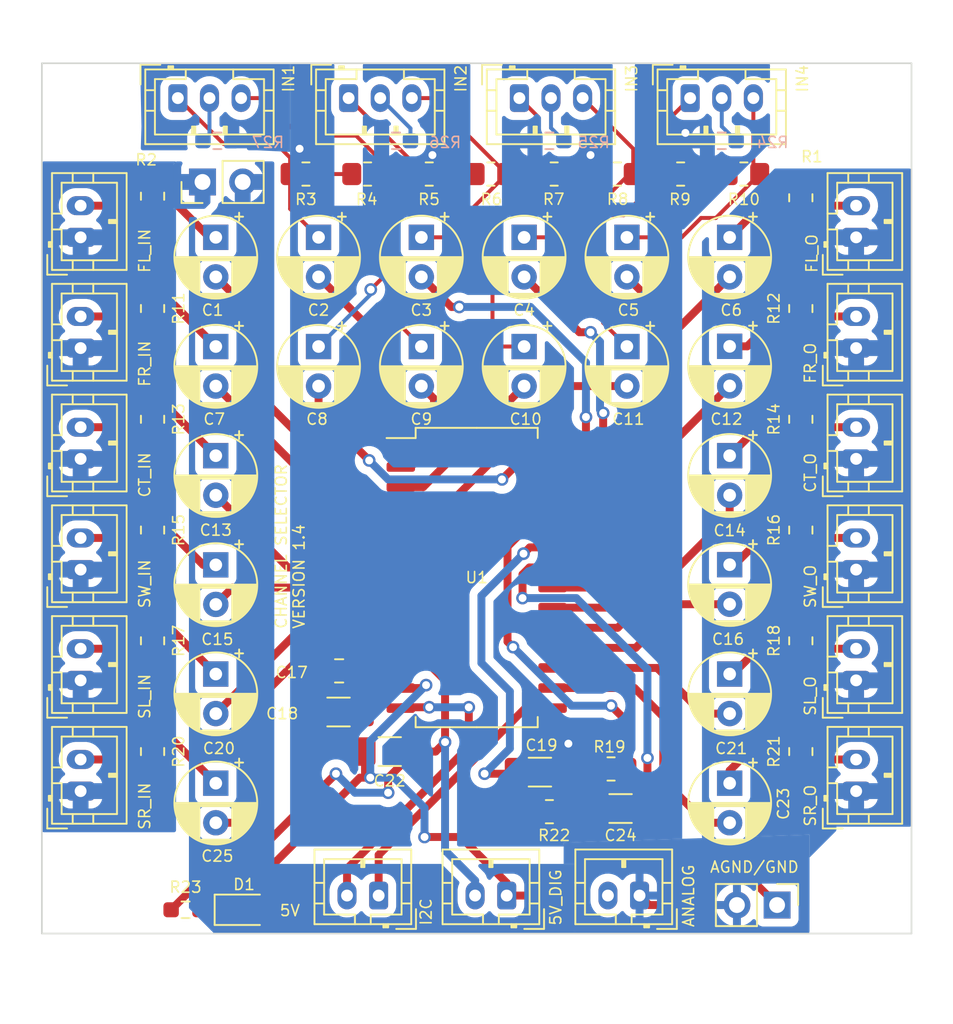
<source format=kicad_pcb>
(kicad_pcb (version 20221018) (generator pcbnew)
  (layers (0 "F.Cu" signal) (31 "B.Cu" signal) (34 "B.Paste" user) (35 "F.Paste" user) (36 "B.SilkS" user "B.Silkscreen") (37 "F.SilkS" user "F.Silkscreen") (38 "B.Mask" user) (39 "F.Mask" user) (44 "Edge.Cuts" user))
  (net 0 "")
  (net 1 "SCL")
  (net 2 "SDA")
  (net 3 "GND")
  (net 4 "FLI")
  (net 5 "FRI")
  (net 6 "CTI")
  (net 7 "SUBI")
  (net 8 "SLI")
  (net 9 "SRI")
  (net 10 "FLO")
  (net 11 "FRO")
  (net 12 "SUBO")
  (net 13 "SLO")
  (net 14 "SRO")
  (net 15 "CTO")
  (net 16 "L1")
  (net 17 "R1")
  (net 18 "L2")
  (net 19 "R2")
  (net 20 "L3")
  (net 21 "R3")
  (net 22 "L4")
  (net 23 "R4")
  (net 24 "Net-(J1-Pin_1)")
  (net 25 "Net-(J2-Pin_1)")
  (net 26 "Net-(J6-Pin_2)")
  (net 27 "Net-(U1-VREF)")
  (net 28 "Net-(J8-Pin_2)")
  (net 29 "Net-(J9-Pin_2)")
  (net 30 "Net-(J10-Pin_2)")
  (net 31 "Net-(J11-Pin_2)")
  (net 32 "Net-(J12-Pin_2)")
  (net 33 "LPFIN")
  (net 34 "LPFOUT")
  (net 35 "MIX")
  (net 36 "Net-(J13-Pin_2)")
  (net 37 "Net-(J14-Pin_2)")
  (net 38 "Net-(J15-Pin_2)")
  (net 39 "Net-(J16-Pin_2)")
  (net 40 "Net-(J7-Pin_2)")
  (net 41 "Net-(D1-A)")
  (net 42 "5V")
  (net 43 "AGND")
  (net 44 "3VA{slash}5VA")
  (net 45 "Net-(J1-Pin_3)")
  (net 46 "Net-(J2-Pin_3)")
  (net 47 "Net-(J3-Pin_3)")
  (net 48 "Net-(J3-Pin_1)")
  (net 49 "Net-(J1-Pin_2)")
  (net 50 "Net-(J2-Pin_2)")
  (net 51 "Net-(J3-Pin_2)")
  (net 52 "5CHGND")
  (net 53 "Net-(J4-Pin_3)")
  (net 54 "Net-(J4-Pin_1)")
  (net 55 "Net-(J17-Pin_2)")
  (net 56 "Net-(C24-Pad2)")
  (net 57 "Net-(J4-Pin_2)")
  (footprint "Connector_JST:JST_PH_B2B-PH-K_1x02_P2.00mm_Vertical" (layer "F.Cu") (at 133.8 115.6 180)
    (fp_text reference "J19" hide)
    (fp_text value "Conn_01x02_Male")
  )
  (footprint "Capacitor_THT:CP_Radial_D5.0mm_P2.50mm" (layer "F.Cu") (at 156 74 -90)
    (fp_text reference "C6")
    (fp_text value "10U")
  )
  (footprint "Resistor_SMD:R_0805_2012Metric_Pad1.20x1.40mm_HandSolder" (layer "F.Cu") (at 140.9 70 180)
    (fp_text reference "R6")
    (fp_text value "100K")
  )
  (footprint "MountingHole:MountingHole_3.2mm_M3" (layer "F.Cu") (at 165 115.5)
    (fp_text reference "H4" hide)
    (fp_text value "MountingHole")
  )
  (footprint "Resistor_SMD:R_0805_2012Metric_Pad1.20x1.40mm_HandSolder" (layer "F.Cu") (at 133.1 70 180)
    (fp_text reference "R4")
    (fp_text value "100K")
  )
  (footprint "Resistor_SMD:R_0805_2012Metric_Pad1.20x1.40mm_HandSolder" (layer "F.Cu") (at 152.9 70 180)
    (fp_text reference "R9")
    (fp_text value "100K")
  )
  (footprint "Capacitor_THT:CP_Radial_D5.0mm_P2.50mm" (layer "F.Cu") (at 123.5 101.6 -90)
    (fp_text reference "C20")
    (fp_text value "10U")
  )
  (footprint "Connector_JST:JST_PH_B2B-PH-K_1x02_P2.00mm_Vertical" (layer "F.Cu") (at 114.95 109 90)
    (fp_text reference "J16" hide)
    (fp_text value "Conn_01x02_Male")
  )
  (footprint "Connector_JST:JST_PH_B2B-PH-K_1x02_P2.00mm_Vertical" (layer "F.Cu") (at 114.95 88 90)
    (fp_text reference "J10" hide)
    (fp_text value "Conn_01x02_Male")
  )
  (footprint "Connector_JST:JST_PH_B2B-PH-K_1x02_P2.00mm_Vertical" (layer "F.Cu") (at 164 95 90)
    (fp_text reference "J13" hide)
    (fp_text value "CTO")
  )
  (footprint "Capacitor_THT:CP_Radial_D5.0mm_P2.50mm" (layer "F.Cu") (at 143 74 -90)
    (fp_text reference "C4")
    (fp_text value "10U")
  )
  (footprint "Connector_JST:JST_PH_B2B-PH-K_1x02_P2.00mm_Vertical" (layer "F.Cu") (at 164 81 90)
    (fp_text reference "J9" hide)
    (fp_text value "Conn_01x02_Male")
  )
  (footprint "Connector_JST:JST_PH_B2B-PH-K_1x02_P2.00mm_Vertical" (layer "F.Cu") (at 114.95 81 90)
    (fp_text reference "J8" hide)
    (fp_text value "Conn_01x02_Male")
  )
  (footprint "Connector_JST:JST_PH_B3B-PH-K_1x03_P2.00mm_Vertical" (layer "F.Cu") (at 142.7 65.2)
    (fp_text reference "J3" hide)
    (fp_text value "Conn_01x03_Pin")
  )
  (footprint "Resistor_SMD:R_0805_2012Metric_Pad1.20x1.40mm_HandSolder" (layer "F.Cu") (at 148.9 70 180)
    (fp_text reference "R8")
    (fp_text value "100K")
  )
  (footprint "Capacitor_THT:CP_Radial_D5.0mm_P2.50mm" (layer "F.Cu") (at 130 74 -90)
    (fp_text reference "C2")
    (fp_text value "10U")
  )
  (footprint "Capacitor_SMD:C_1206_3216Metric_Pad1.33x1.80mm_HandSolder" (layer "F.Cu") (at 131.2625 104 180)
    (fp_text reference "C18")
    (fp_text value "10U")
  )
  (footprint "Connector_JST:JST_PH_B2B-PH-K_1x02_P2.00mm_Vertical" (layer "F.Cu") (at 164 88 90)
    (fp_text reference "J11" hide)
    (fp_text value "Conn_01x02_Male")
  )
  (footprint "Resistor_SMD:R_0805_2012Metric_Pad1.20x1.40mm_HandSolder" (layer "F.Cu") (at 148.5 107.6 180)
    (fp_text reference "R19")
    (fp_text value "24K")
  )
  (footprint "Connector_JST:JST_PH_B2B-PH-K_1x02_P2.00mm_Vertical" (layer "F.Cu") (at 164 102 90)
    (fp_text reference "J15" hide)
    (fp_text value "Conn_01x02_Male")
  )
  (footprint "Connector_JST:JST_PH_B3B-PH-K_1x03_P2.00mm_Vertical" (layer "F.Cu") (at 131.9 65.2)
    (fp_text reference "J2" hide)
    (fp_text value "Conn_01x03_Pin")
  )
  (footprint "Connector_JST:JST_PH_B3B-PH-K_1x03_P2.00mm_Vertical" (layer "F.Cu") (at 153.5 65.2)
    (fp_text reference "J4" hide)
    (fp_text value "Conn_01x03_Pin")
  )
  (footprint "Connector_JST:JST_PH_B2B-PH-K_1x02_P2.00mm_Vertical" (layer "F.Cu") (at 164 74 90)
    (fp_text reference "J7" hide)
    (fp_text value "Conn_01x02_Male")
  )
  (footprint "Resistor_SMD:R_0805_2012Metric_Pad1.20x1.40mm_HandSolder" (layer "F.Cu") (at 119.5 78.5 -90)
    (fp_text reference "R11")
    (fp_text value "100K")
  )
  (footprint "Resistor_SMD:R_0805_2012Metric_Pad1.20x1.40mm_HandSolder" (layer "F.Cu") (at 160.5 78.5 -90)
    (fp_text reference "R12")
    (fp_text value "100K")
  )
  (footprint "Resistor_SMD:R_0805_2012Metric_Pad1.20x1.40mm_HandSolder" (layer "F.Cu") (at 160.5 71.5 -90)
    (fp_text reference "R1")
    (fp_text value "100K")
  )
  (footprint "Resistor_SMD:R_0805_2012Metric_Pad1.20x1.40mm_HandSolder" (layer "F.Cu") (at 119.5 92.5 -90)
    (fp_text reference "R15")
    (fp_text value "100K")
  )
  (footprint "Resistor_SMD:R_0805_2012Metric_Pad1.20x1.40mm_HandSolder" (layer "F.Cu") (at 160.5 85.5 -90)
    (fp_text reference "R14")
    (fp_text value "100K")
  )
  (footprint "Capacitor_THT:CP_Radial_D5.0mm_P2.50mm" (layer "F.Cu") (at 136.5 74 -90)
    (fp_text reference "C3")
    (fp_text value "10U")
  )
  (footprint "Capacitor_THT:CP_Radial_D5.0mm_P2.50mm" (layer "F.Cu") (at 143 80.9 -90)
    (fp_text reference "C10")
    (fp_text value "10U")
  )
  (footprint "MountingHole:MountingHole_3.2mm_M3" (layer "F.Cu") (at 115 65.5)
    (fp_text reference "H1" hide)
    (fp_text value "MountingHole")
  )
  (footprint "Package_SO:SOIC-28W_7.5x18.7mm_P1.27mm" (layer "F.Cu") (at 140 95.5)
    (fp_text reference "U1")
    (fp_text value "AX2358")
  )
  (footprint "Capacitor_THT:CP_Radial_D5.0mm_P2.50mm" (layer "F.Cu") (at 123.5 94.7 -90)
    (fp_text reference "C15")
    (fp_text value "10U")
  )
  (footprint "Connector_JST:JST_PH_B2B-PH-K_1x02_P2.00mm_Vertical" (layer "F.Cu") (at 150.3 115.6 180)
    (fp_text reference "J21" hide)
    (fp_text value "Conn_01x02_Male")
  )
  (footprint "Capacitor_THT:CP_Radial_D5.0mm_P2.50mm" (layer "F.Cu") (at 130 80.9 -90)
    (fp_text reference "C8")
    (fp_text value "10U")
  )
  (footprint "Capacitor_THT:CP_Radial_D5.0mm_P2.50mm" (layer "F.Cu") (at 156 101.6 -90)
    (fp_text reference "C21")
    (fp_text value "10U")
  )
  (footprint "Connector_JST:JST_PH_B2B-PH-K_1x02_P2.00mm_Vertical" (layer "F.Cu") (at 114.95 95 90)
    (fp_text reference "J12" hide)
    (fp_text value "Conn_01x02_Male")
  )
  (footprint "Connector_PinHeader_2.54mm:PinHeader_1x02_P2.54mm_Vertical" (layer "F.Cu") (at 122.66 70.5 90)
    (fp_text reference "J5" hide)
    (fp_text value "Conn_01x02_Pin")
  )
  (footprint "Capacitor_THT:CP_Radial_D5.0mm_P2.50mm" (layer "F.Cu") (at 156 108.5 -90)
    (fp_text reference "C23")
    (fp_text value "10U")
  )
  (footprint "Resistor_SMD:R_0805_2012Metric_Pad1.20x1.40mm_HandSolder" (layer "F.Cu") (at 119.5 99.5 -90)
    (fp_text reference "R17")
    (fp_text value "100K")
  )
  (footprint "Resistor_SMD:R_0805_2012Metric_Pad1.20x1.40mm_HandSolder" (layer "F.Cu") (at 144.6 110.3 180)
    (fp_text reference "R22")
    (fp_text value "24K")
  )
  (footprint "Capacitor_SMD:C_0805_2012Metric_Pad1.18x1.45mm_HandSolder" (layer "F.Cu") (at 131.3 101.4 180)
    (fp_text reference "C17")
    (fp_text value "0.1U")
  )
  (footprint "Capacitor_THT:CP_Radial_D5.0mm_P2.50mm" (layer "F.Cu") (at 123.5 87.8 -90)
    (fp_text reference "C13")
    (fp_text value "10U")
  )
  (footprint "Connector_JST:JST_PH_B2B-PH-K_1x02_P2.00mm_Vertical" (layer "F.Cu") (at 114.95 102 90)
    (fp_text reference "J14" hide)
    (fp_text value "Conn_01x02_Male")
  )
  (footprint "Capacitor_THT:CP_Radial_D5.0mm_P2.50mm" (layer "F.Cu") (at 156 94.689888 -90)
    (fp_text reference "C16")
    (fp_text value "10U")
  )
  (footprint "Capacitor_THT:CP_Radial_D5.0mm_P2.50mm" (layer "F.Cu") (at 156 80.889888 -90)
    (fp_text reference "C12")
    (fp_text value "10U")
  )
  (footprint "Resistor_SMD:R_0805_2012Metric_Pad1.20x1.40mm_HandSolder" (layer "F.Cu") (at 156.9 70 180)
    (fp_text reference "R10")
    (fp_text value "100K")
  )
  (footprint "Resistor_SMD:R_0805_2012Metric_Pad1.20x1.40mm_HandSolder" (layer "F.Cu") (at 129.2 70 180)
    (fp_text reference "R3")
    (fp_text value "100K")
  )
  (footprint "Connector_JST:JST_PH_B3B-PH-K_1x03_P2.00mm_Vertical" (layer "F.Cu") (at 121.1 65.2)
    (fp_text reference "J1" hide)
    (fp_text value "Conn_01x03_Pin")
  )
  (footprint "Capacitor_THT:CP_Radial_D5.0mm_P2.50mm" (layer "F.Cu") (at 123.5 80.9 -90)
    (fp_text reference "C7")
    (fp_text value "10U")
  )
  (footprint "Capacitor_SMD:C_1206_3216Metric_Pad1.33x1.80mm_HandSolder" (layer "F.Cu") (at 144 107.8 180)
    (fp_text reference "C19")
    (fp_text value "47N C0G")
  )
  (footprint "Capacitor_THT:CP_Radial_D5.0mm_P2.50mm" (layer "F.Cu") (at 149.5 80.9 -90)
    (fp_text reference "C11")
    (fp_text value "10U")
  )
  (footprint "Resistor_SMD:R_0805_2012Metric_Pad1.20x1.40mm_HandSolder" (layer "F.Cu") (at 160.5 106.5 -90)
    (fp_text reference "R21")
    (fp_text value "100K")
  )
  (footprint "Capacitor_THT:CP_Radial_D5.0mm_P2.50mm" (layer "F.Cu") (at 156 87.8 -90)
    (fp_text reference "C14")
    (fp_text value "10U")
  )
  (footprint "Resistor_SMD:R_0805_2012Metric_Pad1.20x1.40mm_HandSolder" (layer "F.Cu") (at 160.5 99.5 -90)
    (fp_text reference "R18")
    (fp_text value "100K")
  )
  (footprint "Resistor_SMD:R_0805_2012Metric_Pad1.20x1.40mm_HandSolder" (layer "F.Cu") (at 119.5 85.5 -90)
    (fp_text reference "R13")
    (fp_text value "100K")
  )
  (footprint "LED_SMD:LED_0805_2012Metric_Pad1.15x1.40mm_HandSolder" (layer "F.Cu") (at 125.2875 116.5)
    (fp_text reference "D1")
    (fp_text value "YELLOW")
  )
  (footprint "Capacitor_THT:CP_Radial_D5.0mm_P2.50mm" (layer "F.Cu") (at 123.5 74 -90)
    (fp_text reference "C1")
    (fp_text value "10U")
  )
  (footprint "Resistor_SMD:R_0805_2012Metric_Pad1.20x1.40mm_HandSolder" (layer "F.Cu") (at 119.5 106.5 -90)
    (fp_text reference "R20")
    (fp_text value "100K")
  )
  (footprint "Resistor_SMD:R_0603_1608Metric_Pad0.98x0.95mm_HandSolder" (layer "F.Cu") (at 121.5875 116.5)
    (fp_text reference "R23")
    (fp_text value "1K")
  )
  (footprint "MountingHole:MountingHole_3.2mm_M3" (layer "F.Cu") (at 115 115.5)
    (fp_text reference "H3" hide)
    (fp_text value "MountingHole")
  )
  (footprint "Connector_JST:JST_PH_B2B-PH-K_1x02_P2.00mm_Vertical" (layer "F.Cu") (at 141.9 115.6 180)
    (fp_text reference "J20" hide)
    (fp_text value "Conn_01x02_Male")
  )
  (footprint "Capacitor_SMD:C_1206_3216Metric_Pad1.33x1.80mm_HandSolder" (layer "F.Cu") (at 149.1 110.1 180)
    (fp_text reference "C24")
    (fp_text value "100N C0G")
  )
  (footprint "Capacitor_THT:CP_Radial_D5.0mm_P2.50mm" (layer "F.Cu") (at 123.5 108.5 -90)
    (fp_text reference "C25")
    (fp_text value "10U")
  )
  (footprint "MountingHole:MountingHole_3.2mm_M3" (layer "F.Cu") (at 165 65.5)
    (fp_text reference "H2" hide)
    (fp_text value "MountingHole")
  )
  (footprint "Connector_JST:JST_PH_B2B-PH-K_1x02_P2.00mm_Vertical" (layer "F.Cu") (at 164 109 90)
    (fp_text reference "J17" hide)
    (fp_text value "Conn_01x02_Male")
  )
  (footprint "Resistor_SMD:R_0805_2012Metric_Pad1.20x1.40mm_HandSolder" (layer "F.Cu") (at 160.5 92.5 -90)
    (fp_text reference "R16")
    (fp_text value "100K")
  )
  (footprint "Connector_PinHeader_2.54mm:PinHeader_1x02_P2.54mm_Vertical" (layer "F.Cu") (at 159 116.2 -90)
    (fp_text reference "J18" hide)
    (fp_text value "Conn_01x02_Socket")
  )
  (footprint "Resistor_SMD:R_0805_2012Metric_Pad1.20x1.40mm_HandSolder" (layer "F.Cu") (at 137 70 180)
    (fp_text reference "R5")
    (fp_text value "100K")
  )
  (footprint "Capacitor_THT:CP_Radial_D5.0mm_P2.50mm" (layer "F.Cu") (at 136.5 80.9 -90)
    (fp_text reference "C9")
    (fp_text value "10U")
  )
  (footprint "Resistor_SMD:R_0805_2012Metric_Pad1.20x1.40mm_HandSolder" (layer "F.Cu") (at 144.9 70 180)
    (fp_text reference "R7")
    (fp_text value "100K")
  )
  (footprint "Capacitor_SMD:C_1206_3216Metric_Pad1.33x1.80mm_HandSolder" (layer "F.Cu") (at 134.5 106.5 180)
    (fp_text reference "C22")
    (fp_text value "10U")
  )
  (footprint "Capacitor_THT:CP_Radial_D5.0mm_P2.50mm" (layer "F.Cu") (at 149.5 74 -90)
    (fp_text reference "C5")
    (fp_text value "10U")
  )
  (footprint "Connector_JST:JST_PH_B2B-PH-K_1x02_P2.00mm_Vertical" (layer "F.Cu") (at 114.95 74 90)
    (fp_text reference "J6" hide)
    (fp_text value "Conn_01x02_Male")
  )
  (footprint "Resistor_SMD:R_0805_2012Metric_Pad1.20x1.40mm_HandSolder" (layer "F.Cu") (at 119.5 71.4 -90)
    (fp_text reference "R2")
    (fp_text value "100K")
  )
  (footprint "Resistor_SMD:R_0603_1608Metric_Pad0.98x0.95mm_HandSolder" (layer "B.Cu") (at 155.5 67.9)
    (fp_text reference "R24")
    (fp_text value "15R")
  )
  (footprint "Resistor_SMD:R_0603_1608Metric_Pad0.98x0.95mm_HandSolder" (layer "B.Cu") (at 134.9 67.9)
    (fp_text reference "R26")
    (fp_text value "15R")
  )
  (footprint "Resistor_SMD:R_0603_1608Metric_Pad0.98x0.95mm_HandSolder" (layer "B.Cu") (at 144.6 67.9)
    (fp_text reference "R25")
    (fp_text value "15R")
  )
  (footprint "Resistor_SMD:R_0603_1608Metric_Pad0.98x0.95mm_HandSolder" (layer "B.Cu") (at 123.6 67.9 180)
    (fp_text reference "R27")
    (fp_text value "15R")
  )
  (gr_line (start 112.5 118) (end 167.5 118) (stroke (width 0.1)) (layer "Edge.Cuts"))
  (gr_line (start 112.5 63) (end 112.5 118) (stroke (width 0.1)) (layer "Edge.Cuts"))
  (gr_line (start 167.5 63) (end 167.5 118) (stroke (width 0.1)) (layer "Edge.Cuts"))
  (gr_line (start 167.5 63) (end 112.5 63) (stroke (width 0.1)) (layer "Edge.Cuts"))
  (gr_text "SL_O" (at 161.1 104.3 90) (layer "F.SilkS") (effects (font (size 0.7 0.7) (thickness 0.1)) (justify left)))
  (gr_text "ANALOG" (at 153.4 117.65 90) (layer "F.SilkS") (effects (font (size 0.7 0.7) (thickness 0.1)) (justify left)))
  (gr_text "FR_IN" (at 119 83.5 90) (layer "F.SilkS") (effects (font (size 0.7 0.7) (thickness 0.1)) (justify left)))
  (gr_text "SW_O" (at 161.1 97.5 90) (layer "F.SilkS") (effects (font (size 0.7 0.7) (thickness 0.1)) (justify left)))
  (gr_text "SL_IN" (at 119 104.5 90) (layer "F.SilkS") (effects (font (size 0.7 0.7) (thickness 0.1)) (justify left)))
  (gr_text "5V_DIG" (at 145 117.55 90) (layer "F.SilkS") (effects (font (size 0.7 0.7) (thickness 0.1)) (justify left)))
  (gr_text "5V" (at 127.4875 116.55) (layer "F.SilkS") (effects (font (size 0.7 0.7) (thickness 0.1)) (justify left)))
  (gr_text "CHANNEL SELECTOR\nVERSION 1.4" (at 128.2 98.8 90) (layer "F.SilkS") (effects (font (size 0.7 0.7) (thickness 0.1)) (justify left)))
  (gr_text "IN4" (at 160.6 64.9 90) (layer "F.SilkS") (effects (font (size 0.7 0.7) (thickness 0.1)) (justify left)))
  (gr_text "SR_O\n" (at 161.1 111.3 90) (layer "F.SilkS") (effects (font (size 0.7 0.7) (thickness 0.1)) (justify left)))
  (gr_text "IN1\n" (at 128.1 64.9 90) (layer "F.SilkS") (effects (font (size 0.7 0.7) (thickness 0.1)) (justify left)))
  (gr_text "IN3" (at 149.8 64.9 90) (layer "F.SilkS") (effects (font (size 0.7 0.7) (thickness 0.1)) (justify left)))
  (gr_text "I2C" (at 136.8 117.55 90) (layer "F.SilkS") (effects (font (size 0.7 0.7) (thickness 0.1)) (justify left)))
  (gr_text "IN2" (at 139 64.9 90) (layer "F.SilkS") (effects (font (size 0.7 0.7) (thickness 0.1)) (justify left)))
  (gr_text "SW_IN" (at 119 97.5 90) (layer "F.SilkS") (effects (font (size 0.7 0.7) (thickness 0.1)) (justify left)))
  (gr_text "CT_O" (at 161.1 90.2 90) (layer "F.SilkS") (effects (font (size 0.7 0.7) (thickness 0.1)) (justify left)))
  (gr_text "AGND/GND" (at 154.7 113.8) (layer "F.SilkS") (effects (font (size 0.7 0.7) (thickness 0.1)) (justify left)))
  (gr_text "SR_IN\n" (at 119 111.5 90) (layer "F.SilkS") (effects (font (size 0.7 0.7) (thickness 0.1)) (justify left)))
  (gr_text "FL_IN" (at 119 76.3 90) (layer "F.SilkS") (effects (font (size 0.7 0.7) (thickness 0.1)) (justify left)))
  (gr_text "CT_IN" (at 119 90.5 90) (layer "F.SilkS") (effects (font (size 0.7 0.7) (thickness 0.1)) (justify left)))
  (gr_text "FL_O" (at 161.2 76.3 90) (layer "F.SilkS") (effects (font (size 0.7 0.7) (thickness 0.1)) (justify left)))
  (gr_text "FR_O" (at 161.1 83.3 90) (layer "F.SilkS") (effects (font (size 0.7 0.7) (thickness 0.1)) (justify left)))
  (segment (start 133.8 115.6) (end 133.8 113.03137) (width 0.5) (layer "F.Cu") (net 1))
  (segment (start 143.07637 103.755) (end 144.8 103.755) (width 0.5) (layer "F.Cu") (net 1))
  (segment (start 133.8 113.03137) (end 143.07637 103.755) (width 0.5) (layer "F.Cu") (net 1))
  (segment (start 131.8 115.6) (end 131.8 113.9) (width 0.5) (layer "F.Cu") (net 2))
  (segment (start 131.8 113.9) (end 139.5 106.2) (width 0.5) (layer "F.Cu") (net 2))
  (segment (start 137 103.7) (end 135.255 103.7) (width 0.5) (layer "F.Cu") (net 2))
  (segment (start 139.5 106.2) (end 139.5 103.7) (width 0.5) (layer "F.Cu") (net 2))
  (segment (start 135.255 103.7) (end 135.2 103.755) (width 0.5) (layer "F.Cu") (net 2))
  (via (at 137 103.7) (size 0.8) (drill 0.5) (layers "F.Cu" "B.Cu") (net 2))
  (via (at 139.5 103.7) (size 0.8) (drill 0.5) (layers "F.Cu" "B.Cu") (net 2))
  (segment (start 137 103.7) (end 139.5 103.7) (width 0.5) (layer "B.Cu") (net 2))
  (segment (start 135.2 102.485) (end 136.615 102.485) (width 0.5) (layer "F.Cu") (net 3))
  (segment (start 141.9 115.6) (end 145.2 115.6) (width 0.5) (layer "F.Cu") (net 3))
  (segment (start 141.9 114.8) (end 141.9 115.6) (width 0.5) (layer "F.Cu") (net 3))
  (segment (start 147.1 113.7) (end 156.5 113.7) (width 0.5) (layer "F.Cu") (net 3))
  (segment (start 129.7 104) (end 130.4375 104) (width 0.5) (layer "F.Cu") (net 3))
  (segment (start 124.2625 116.5) (end 132.6125 108.15) (width 0.5) (layer "F.Cu") (net 3))
  (segment (start 132.9375 106.5) (end 132.9375 107.815748) (width 0.5) (layer "F.Cu") (net 3))
  (segment (start 156.5 113.7) (end 159 116.2) (width 0.5) (layer "F.Cu") (net 3))
  (segment (start 132.6125 108.15) (end 133.271752 108.15) (width 0.5) (layer "F.Cu") (net 3))
  (segment (start 130.4375 104) (end 132.9375 106.5) (width 0.5) (layer "F.Cu") (net 3))
  (segment (start 136.7 111.9) (end 139 111.9) (width 0.5) (layer "F.Cu") (net 3))
  (segment (start 130.3625 101.9) (end 129.7 102.5625) (width 0.5) (layer "F.Cu") (net 3))
  (segment (start 136.615 102.485) (end 136.8 102.3) (width 0.5) (layer "F.Cu") (net 3))
  (segment (start 132.9375 107.815748) (end 133.271752 108.15) (width 0.5) (layer "F.Cu") (net 3))
  (segment (start 139 111.9) (end 141.9 114.8) (width 0.5) (layer "F.Cu") (net 3))
  (segment (start 129.7 102.5625) (end 129.7 105) (width 0.5) (layer "F.Cu") (net 3))
  (segment (start 145.2 115.6) (end 147.1 113.7) (width 0.5) (layer "F.Cu") (net 3))
  (via (at 133.271752 108.15) (size 0.8) (drill 0.5) (layers "F.Cu" "B.Cu") (net 3))
  (via (at 136.7 111.9) (size 0.8) (drill 0.5) (layers "F.Cu" "B.Cu") (net 3))
  (via (at 136.8 102.3) (size 0.8) (drill 0.5) (layers "F.Cu" "B.Cu") (net 3))
  (segment (start 136.8 102.3) (end 133.271752 105.828248) (width 0.5) (layer "B.Cu") (net 3))
  (segment (start 136.7 110.056497) (end 134.793503 108.15) (width 0.5) (layer "B.Cu") (net 3))
  (segment (start 136.7 111.9) (end 136.7 110.056497) (width 0.5) (layer "B.Cu") (net 3))
  (segment (start 134.793503 108.15) (end 133.271752 108.15) (width 0.5) (layer "B.Cu") (net 3))
  (segment (start 133.271752 105.828248) (end 133.271752 108.15) (width 0.5) (layer "B.Cu") (net 3))
  (segment (start 126.9 79.9) (end 123.5 76.5) (width 0.5) (layer "F.Cu") (net 4))
  (segment (start 126.9 84.644949) (end 126.9 79.9) (width 0.5) (layer "F.Cu") (net 4))
  (segment (start 134.580051 92.325) (end 126.9 84.644949) (width 0.5) (layer "F.Cu") (net 4))
  (segment (start 135.2 93.595) (end 133.695 93.595) (width 0.5) (layer "F.Cu") (net 5))
  (segment (start 133.695 93.595) (end 123.5 83.4) (width 0.5) (layer "F.Cu") (net 5))
  (segment (start 128.065 94.865) (end 123.5 90.3) (width 0.5) (layer "F.Cu") (net 6))
  (segment (start 135.2 94.865) (end 128.065 94.865) (width 0.5) (layer "F.Cu") (net 6))
  (segment (start 124.565 96.135) (end 123.5 97.2) (width 0.5) (layer "F.Cu") (net 7))
  (segment (start 135.2 96.135) (end 124.565 96.135) (width 0.5) (layer "F.Cu") (net 7))
  (segment (start 135.2 97.405) (end 130.195 97.405) (width 0.5) (layer "F.Cu") (net 8))
  (segment (start 130.195 97.405) (end 123.5 104.1) (width 0.5) (layer "F.Cu") (net 8))
  (segment (start 130.725 98.675) (end 126.4 103) (width 0.5) (layer "F.Cu") (net 9))
  (segment (start 125.4 111) (end 123.5 111) (width 0.5) (layer "F.Cu") (net 9))
  (segment (start 135.2 98.675) (end 130.725 98.675) (width 0.5) (layer "F.Cu") (net 9))
  (segment (start 126.4 103) (end 126.4 110) (width 0.5) (layer "F.Cu") (net 9))
  (segment (start 126.4 110) (end 125.4 111) (width 0.5) (layer "F.Cu") (net 9))
  (segment (start 147.865 96.135) (end 144.8 96.135) (width 0.5) (layer "F.Cu") (net 10))
  (segment (start 151.900499 92.099501) (end 147.865 96.135) (width 0.5) (layer "F.Cu") (net 10))
  (segment (start 151.900499 80.599501) (end 151.900499 92.099501) (width 0.5) (layer "F.Cu") (net 10))
  (segment (start 156 76.5) (end 151.900499 80.599501) (width 0.5) (layer "F.Cu") (net 10))
  (segment (start 152.7 86.689888) (end 152.7 93.2) (width 0.5) (layer "F.Cu") (net 11))
  (segment (start 148.495 97.405) (end 144.8 97.405) (width 0.5) (layer "F.Cu") (net 11))
  (segment (start 152.7 93.2) (end 148.495 97.405) (width 0.5) (layer "F.Cu") (net 11))
  (segment (start 156 83.389888) (end 152.7 86.689888) (width 0.5) (layer "F.Cu") (net 11))
  (segment (start 152.810112 97.189888) (end 150.055 99.945) (width 0.5) (layer "F.Cu") (net 12))
  (segment (start 150.055 99.945) (end 144.8 99.945) (width 0.5) (layer "F.Cu") (net 12))
  (segment (start 156 97.189888) (end 152.810112 97.189888) (width 0.5) (layer "F.Cu") (net 12))
  (segment (start 154.3 104.1) (end 151.415 101.215) (width 0.5) (layer "F.Cu") (net 13))
  (segment (start 151.415 101.215) (end 144.8 101.215) (width 0.5) (layer "F.Cu") (net 13))
  (segment (start 156 104.1) (end 154.3 104.1) (width 0.5) (layer "F.Cu") (net 13))
  (segment (start 151.8 104.3) (end 149.985 102.485) (width 0.5) (layer "F.Cu") (net 14))
  (segment (start 154.5 111) (end 151.8 108.3) (width 0.5) (layer "F.Cu") (net 14))
  (segment (start 149.985 102.485) (end 144.8 102.485) (width 0.5) (layer "F.Cu") (net 14))
  (segment (start 156 111) (end 154.5 111) (width 0.5) (layer "F.Cu") (net 14))
  (segment (start 151.8 108.3) (end 151.8 104.3) (width 0.5) (layer "F.Cu") (net 14))
  (segment (start 156 91.6) (end 156 90.3) (width 0.5) (layer "F.Cu") (net 15))
  (segment (start 144.8 98.675) (end 148.925 98.675) (width 0.5) (layer "F.Cu") (net 15))
  (segment (start 148.925 98.675) (end 156 91.6) (width 0.5) (layer "F.Cu") (net 15))
  (segment (start 135.2 87.245) (end 133.5 85.545) (width 0.5) (layer "F.Cu") (net 16))
  (segment (start 133.5 85.545) (end 133.5 80) (width 0.5) (layer "F.Cu") (net 16))
  (segment (start 133.5 80) (end 130 76.5) (width 0.5) (layer "F.Cu") (net 16))
  (segment (start 130 84.9) (end 130 83.4) (width 0.5) (layer "F.Cu") (net 17))
  (segment (start 144.8 87.245) (end 143.655 87.245) (width 0.5) (layer "F.Cu") (net 17))
  (segment (start 133.2 88.1) (end 130 84.9) (width 0.5) (layer "F.Cu") (net 17))
  (segment (start 143.655 87.245) (end 141.6 89.3) (width 0.5) (layer "F.Cu") (net 17))
  (via (at 133.2 88.1) (size 0.8) (drill 0.5) (layers "F.Cu" "B.Cu") (net 17))
  (via (at 141.6 89.3) (size 0.8) (drill 0.5) (layers "F.Cu" "B.Cu") (net 17))
  (segment (start 134.4 89.3) (end 133.2 88.1) (width 0.5) (layer "B.Cu") (net 17))
  (segment (start 141.6 89.3) (end 134.4 89.3) (width 0.5) (layer "B.Cu") (net 17))
  (segment (start 137.299999 84.199999) (end 137.299999 87.03495) (width 0.5) (layer "F.Cu") (net 18))
  (segment (start 137.299999 87.03495) (end 135.819949 88.515) (width 0.5) (layer "F.Cu") (net 18))
  (segment (start 136.5 83.4) (end 137.299999 84.199999) (width 0.5) (layer "F.Cu") (net 18))
  (segment (start 138.4 78.4) (end 136.5 76.5) (width 0.5) (layer "F.Cu") (net 19))
  (segment (start 145.419949 88.515) (end 146.911031 87.023918) (width 0.5) (layer "F.Cu") (net 19))
  (segment (start 146.911031 87.023918) (end 146.911031 85.353356) (width 0.5) (layer "F.Cu") (net 19))
  (segment (start 138.9 78.4) (end 138.4 78.4) (width 0.5) (layer "F.Cu") (net 19))
  (via (at 146.911031 85.353356) (size 0.8) (drill 0.5) (layers "F.Cu" "B.Cu") (net 19))
  (via (at 138.9 78.4) (size 0.8) (drill 0.5) (layers "F.Cu" "B.Cu") (net 19))
  (segment (start 138.9 78.4) (end 143.4 78.4) (width 0.5) (layer "B.Cu") (net 19))
  (segment (start 146.911031 81.911031) (end 146.911031 85.353356) (width 0.5) (layer "B.Cu") (net 19))
  (segment (start 143.4 78.4) (end 146.911031 81.911031) (width 0.5) (layer "B.Cu") (net 19))
  (segment (start 135.2 89.785) (end 136.615 89.785) (width 0.5) (layer "F.Cu") (net 20))
  (segment (start 136.615 89.785) (end 143 83.4) (width 0.5) (layer "F.Cu") (net 20))
  (segment (start 147.2 80) (end 146.5 80) (width 0.5) (layer "F.Cu") (net 21))
  (segment (start 148 89.6) (end 148 85.1) (width 0.5) (layer "F.Cu") (net 21))
  (segment (start 147.815 89.785) (end 148 89.6) (width 0.5) (layer "F.Cu") (net 21))
  (segment (start 144.8 89.785) (end 147.815 89.785) (width 0.5) (layer "F.Cu") (net 21))
  (segment (start 146.5 80) (end 143 76.5) (width 0.5) (layer "F.Cu") (net 21))
  (via (at 147.2 80) (size 0.8) (drill 0.5) (layers "F.Cu" "B.Cu") (net 21))
  (via (at 148 85.1) (size 0.8) (drill 0.5) (layers "F.Cu" "B.Cu") (net 21))
  (segment (start 147.2 80) (end 147.8 80.6) (width 0.5) (layer "B.Cu") (net 21))
  (segment (start 147.8 80.6) (end 147.8 84.9) (width 0.5) (layer "B.Cu") (net 21))
  (segment (start 147.8 84.9) (end 148 85.1) (width 0.5) (layer "B.Cu") (net 21))
  (segment (start 135.2 91.055) (end 138.045 91.055) (width 0.5) (layer "F.Cu") (net 22))
  (segment (start 138.045 91.055) (end 145.7 83.4) (width 0.5) (layer "F.Cu") (net 22))
  (segment (start 145.7 83.4) (end 149.5 83.4) (width 0.5) (layer "F.Cu") (net 22))
  (segment (start 149.5 76.5) (end 151.100998 78.100998) (width 0.5) (layer "F.Cu") (net 23))
  (segment (start 149.045 91.055) (end 144.8 91.055) (width 0.5) (layer "F.Cu") (net 23))
  (segment (start 151.100998 78.100998) (end 151.100998 88.999002) (width 0.5) (layer "F.Cu") (net 23))
  (segment (start 151.100998 88.999002) (end 149.045 91.055) (width 0.5) (layer "F.Cu") (net 23))
  (segment (start 128.2 70) (end 128.2 72.2) (width 0.25) (layer "F.Cu") (net 24))
  (segment (start 124 68.1) (end 121.1 65.2) (width 0.25) (layer "F.Cu") (net 24))
  (segment (start 128.2 70) (end 128.2 68.966727) (width 0.25) (layer "F.Cu") (net 24))
  (segment (start 127.333273 68.1) (end 124 68.1) (width 0.25) (layer "F.Cu") (net 24))
  (segment (start 128.2 72.2) (end 130 74) (width 0.25) (layer "F.Cu") (net 24))
  (segment (start 128.2 68.966727) (end 127.333273 68.1) (width 0.25) (layer "F.Cu") (net 24))
  (segment (start 136 69.3) (end 131.9 65.2) (width 0.25) (layer "F.Cu") (net 25))
  (segment (start 134.8 71.2) (end 136 70) (width 0.25) (layer "F.Cu") (net 25))
  (segment (start 136.5 80.9) (end 134.8 79.2) (width 0.25) (layer "F.Cu") (net 25))
  (segment (start 134.8 79.2) (end 134.8 71.2) (width 0.25) (layer "F.Cu") (net 25))
  (segment (start 136 70) (end 136 69.3) (width 0.25) (layer "F.Cu") (net 25))
  (segment (start 123.1 74) (end 123.5 74) (width 0.5) (layer "F.Cu") (net 26))
  (segment (start 117.9 72) (end 119.5 70.4) (width 0.5) (layer "F.Cu") (net 26))
  (segment (start 119.5 70.4) (end 123.1 74) (width 0.5) (layer "F.Cu") (net 26))
  (segment (start 114.95 72) (end 117.9 72) (width 0.5) (layer "F.Cu") (net 26))
  (segment (start 134.580051 101.215) (end 132.825 102.970051) (width 0.5) (layer "F.Cu") (net 27))
  (segment (start 132.725 104.1) (end 132.4375 104.1) (width 0.5) (layer "F.Cu") (net 27))
  (segment (start 132.825 104) (end 132.725 104.1) (width 0.5) (layer "F.Cu") (net 27))
  (segment (start 132.825 102.970051) (end 132.825 104) (width 0.5) (layer "F.Cu") (net 27))
  (segment (start 114.95 79) (end 118 79) (width 0.5) (layer "F.Cu") (net 28))
  (segment (start 118 79) (end 119.5 77.5) (width 0.5) (layer "F.Cu") (net 28))
  (segment (start 123.5 80.9) (end 120.1 77.5) (width 0.5) (layer "F.Cu") (net 28))
  (segment (start 120.1 77.5) (end 119.5 77.5) (width 0.5) (layer "F.Cu") (net 28))
  (segment (start 157.110112 80.889888) (end 160.5 77.5) (width 0.5) (layer "F.Cu") (net 29))
  (segment (start 164 79) (end 162 79) (width 0.5) (layer "F.Cu") (net 29))
  (segment (start 162 79) (end 160.5 77.5) (width 0.5) (layer "F.Cu") (net 29))
  (segment (start 156 80.889888) (end 157.110112 80.889888) (width 0.5) (layer "F.Cu") (net 29))
  (segment (start 114.95 86) (end 118 86) (width 0.5) (layer "F.Cu") (net 30))
  (segment (start 120.2 84.5) (end 119.5 84.5) (width 0.5) (layer "F.Cu") (net 30))
  (segment (start 123.5 87.8) (end 120.2 84.5) (width 0.5) (layer "F.Cu") (net 30))
  (segment (start 118 86) (end 119.5 84.5) (width 0.5) (layer "F.Cu") (net 30))
  (segment (start 162 86) (end 160.5 84.5) (width 0.5) (layer "F.Cu") (net 31))
  (segment (start 164 86) (end 162 86) (width 0.5) (layer "F.Cu") (net 31))
  (segment (start 156 87.8) (end 159.3 84.5) (width 0.5) (layer "F.Cu") (net 31))
  (segment (start 159.3 84.5) (end 160.5 84.5) (width 0.5) (layer "F.Cu") (net 31))
  (segment (start 118 93) (end 119.5 91.5) (width 0.5) (layer "F.Cu") (net 32))
  (segment (start 114.95 93) (end 118 93) (width 0.5) (layer "F.Cu") (net 32))
  (segment (start 123.5 94.7) (end 122.7 94.7) (width 0.5) (layer "F.Cu") (net 32))
  (segment (start 122.7 94.7) (end 119.5 91.5) (width 0.5) (layer "F.Cu") (net 32))
  (segment (start 143.359013 93.595) (end 142.962316 93.991697) (width 0.5) (layer "F.Cu") (net 33))
  (segment (start 144.8 93.595) (end 143.359013 93.595) (width 0.5) (layer "F.Cu") (net 33))
  (segment (start 143.7 109.9) (end 143.7 109.0625) (width 0.5) (layer "F.Cu") (net 33))
  (segment (start 142.5375 107.9) (end 140.5 107.9) (width 0.5) (layer "F.Cu") (net 33))
  (segment (start 143.7 109.0625) (end 142.5375 107.9) (width 0.5) (layer "F.Cu") (net 33))
  (segment (start 142.3375 107.9) (end 140.5 107.9) (width 0.5) (layer "F.Cu") (net 33))
  (via (at 140.5 107.9) (size 0.8) (drill 0.5) (layers "F.Cu" "B.Cu") (net 33))
  (via (at 142.962316 93.991697) (size 0.8) (drill 0.5) (layers "F.Cu" "B.Cu") (net 33))
  (segment (start 142.1 106.3) (end 140.5 107.9) (width 0.5) (layer "B.Cu") (net 33))
  (segment (start 142.1 102.7) (end 142.1 106.3) (width 0.5) (layer "B.Cu") (net 33))
  (segment (start 140.3 100.9) (end 142.1 102.7) (width 0.5) (layer "B.Cu") (net 33))
  (segment (start 142.962316 93.991697) (end 140.3 96.654013) (width 0.5) (layer "B.Cu") (net 33))
  (segment (start 140.3 96.654013) (end 140.3 100.9) (width 0.5) (layer "B.Cu") (net 33))
  (segment (start 142.9 95.3) (end 143.335 94.865) (width 0.5) (layer "F.Cu") (net 34))
  (segment (start 150.8 106.9) (end 150.8 109.9625) (width 0.5) (layer "F.Cu") (net 34))
  (segment (start 142.9 96.8) (end 142.9 95.3) (width 0.5) (layer "F.Cu") (net 34))
  (segment (start 143.335 94.865) (end 144.8 94.865) (width 0.5) (layer "F.Cu") (net 34))
  (via (at 142.9 96.8) (size 0.8) (drill 0.5) (layers "F.Cu" "B.Cu") (net 34))
  (via (at 150.8 106.9) (size 0.8) (drill 0.5) (layers "F.Cu" "B.Cu") (net 34))
  (segment (start 142.9 96.8) (end 146.3 96.8) (width 0.5) (layer "B.Cu") (net 34))
  (segment (start 146.3 96.8) (end 150.8 101.3) (width 0.5) (layer "B.Cu") (net 34))
  (segment (start 150.8 101.3) (end 150.8 106.9) (width 0.5) (layer "B.Cu") (net 34))
  (segment (start 141.9505 99.5505) (end 142.3 99.9) (width 0.5) (layer "F.Cu") (net 35))
  (segment (start 149.4 104.5) (end 148.5 103.6) (width 0.5) (layer "F.Cu") (net 35))
  (segment (start 143.175 92.325) (end 141.9505 93.5495) (width 0.5) (layer "F.Cu") (net 35))
  (segment (start 144.8 92.325) (end 143.175 92.325) (width 0.5) (layer "F.Cu") (net 35))
  (segment (start 149.4 107.77) (end 149.4 104.5) (width 0.5) (layer "F.Cu") (net 35))
  (segment (start 141.9505 93.5495) (end 141.9505 99.5505) (width 0.5) (layer "F.Cu") (net 35))
  (via (at 148.5 103.6) (size 0.8) (drill 0.5) (layers "F.Cu" "B.Cu") (net 35))
  (via (at 142.3 99.9) (size 0.8) (drill 0.5) (layers "F.Cu" "B.Cu") (net 35))
  (segment (start 148.5 103.6) (end 146 103.6) (width 0.5) (layer "B.Cu") (net 35))
  (segment (start 146 103.6) (end 142.3 99.9) (width 0.5) (layer "B.Cu") (net 35))
  (segment (start 164 93) (end 162 93) (width 0.5) (layer "F.Cu") (net 36))
  (segment (start 156.310112 94.689888) (end 159.5 91.5) (width 0.5) (layer "F.Cu") (net 36))
  (segment (start 162 93) (end 160.5 91.5) (width 0.5) (layer "F.Cu") (net 36))
  (segment (start 159.5 91.5) (end 160.5 91.5) (width 0.5) (layer "F.Cu") (net 36))
  (segment (start 120.4 98.5) (end 119.5 98.5) (width 0.5) (layer "F.Cu") (net 37))
  (segment (start 118 100) (end 119.5 98.5) (width 0.5) (layer "F.Cu") (net 37))
  (segment (start 114.95 100) (end 118 100) (width 0.5) (layer "F.Cu") (net 37))
  (segment (start 123.5 101.6) (end 120.4 98.5) (width 0.5) (layer "F.Cu") (net 37))
  (segment (start 159.3 98.5) (end 160.5 98.5) (width 0.5) (layer "F.Cu") (net 38))
  (segment (start 156.2 101.6) (end 159.3 98.5) (width 0.5) (layer "F.Cu") (net 38))
  (segment (start 164 100) (end 162 100) (width 0.5) (layer "F.Cu") (net 38))
  (segment (start 162 100) (end 160.5 98.5) (width 0.5) (layer "F.Cu") (net 38))
  (segment (start 123.5 108.5) (end 120.5 105.5) (width 0.5) (layer "F.Cu") (net 39))
  (segment (start 118 107) (end 119.5 105.5) (width 0.5) (layer "F.Cu") (net 39))
  (segment (start 120.5 105.5) (end 119.5 105.5) (width 0.5) (layer "F.Cu") (net 39))
  (segment (start 114.95 107) (end 118 107) (width 0.5) (layer "F.Cu") (net 39))
  (segment (start 164 72) (end 162 72) (width 0.5) (layer "F.Cu") (net 40))
  (segment (start 162 72) (end 160.5 70.5) (width 0.5) (layer "F.Cu") (net 40))
  (segment (start 160.5 70.5) (end 159.5 70.5) (width 0.5) (layer "F.Cu") (net 40))
  (segment (start 159.5 70.5) (end 156 74) (width 0.5) (layer "F.Cu") (net 40))
  (segment (start 123.606128 117.75) (end 122.5 116.643872) (width 0.5) (layer "F.Cu") (net 41))
  (segment (start 124.918872 117.75) (end 123.606128 117.75) (width 0.5) (layer "F.Cu") (net 41))
  (segment (start 126.168872 116.5) (end 124.918872 117.75) (width 0.5) (layer "F.Cu") (net 41))
  (segment (start 134.4 108.1625) (end 136.0625 106.5) (width 0.5) (layer "F.Cu") (net 42))
  (segment (start 120.675 116.5) (end 122.775 114.4) (width 0.5) (layer "F.Cu") (net 42))
  (segment (start 138.1 102.1) (end 138 102.2) (width 0.5) (layer "F.Cu") (net 42))
  (segment (start 136.0625 106.5) (end 137.4 106.5) (width 0.5) (layer "F.Cu") (net 42))
  (segment (start 135.2 99.945) (end 135.945 99.945) (width 0.5) (layer "F.Cu") (net 42))
  (segment (start 122.775 114.4) (end 124.6 114.4) (width 0.5) (layer "F.Cu") (net 42))
  (segment (start 134.4 109.1) (end 134.4 108.1625) (width 0.5) (layer "F.Cu") (net 42))
  (segment (start 124.6 114.4) (end 131.1 107.9) (width 0.5) (layer "F.Cu") (net 42))
  (segment (start 133.7925 99.945) (end 135.2 99.945) (width 0.5) (layer "F.Cu") (net 42))
  (segment (start 138 102.2) (end 138 105.9) (width 0.5) (layer "F.Cu") (net 42))
  (segment (start 137.4 106.5) (end 138 105.9) (width 0.5) (layer "F.Cu") (net 42))
  (segment (start 135.945 99.945) (end 138.1 102.1) (width 0.5) (layer "F.Cu") (net 42))
  (segment (start 132.3375 101.4) (end 133.7925 99.945) (width 0.5) (layer "F.Cu") (net 42))
  (via (at 131.1 107.9) (size 0.8) (drill 0.5) (layers "F.Cu" "B.Cu") (net 42))
  (via (at 138 105.9) (size 0.8) (drill 0.5) (layers "F.Cu" "B.Cu") (net 42))
  (via (at 134.4 109.1) (size 0.8) (drill 0.5) (layers "F.Cu" "B.Cu") (net 42))
  (segment (start 131.1 107.9) (end 132.3 109.1) (width 0.5) (layer "B.Cu") (net 42))
  (segment (start 138 112.75) (end 139.9 114.65) (width 0.5) (layer "B.Cu") (net 42))
  (segment (start 138 105.9) (end 138 112.75) (width 0.5) (layer "B.Cu") (net 42))
  (segment (start 132.3 109.1) (end 134.4 109.1) (width 0.5) (layer "B.Cu") (net 42))
  (segment (start 139.9 114.65) (end 139.9 115.6) (width 0.5) (layer "B.Cu") (net 42))
  (segment (start 162 109) (end 160.5 107.5) (width 0.5) (layer "F.Cu") (net 43))
  (segment (start 164 102) (end 162 102) (width 0.5) (layer "F.Cu") (net 43))
  (segment (start 137.8 68.8) (end 137.2 68.8) (width 0.25) (layer "F.Cu") (net 43))
  (segment (start 145.9 70) (end 146.9 70) (width 0.25) (layer "F.Cu") (net 43))
  (segment (start 150.3 115.6) (end 150.9 116.2) (width 0.5) (layer "F.Cu") (net 43))
  (segment (start 154.9 70) (end 155.9 70) (width 0.25) (layer "F.Cu") (net 43))
  (segment (start 146.9 70) (end 146.9 69.1) (width 0.25) (layer "F.Cu") (net 43))
  (segment (start 139 70) (end 138 70) (width 0.25) (layer "F.Cu") (net 43))
  (segment (start 146.9 69.1) (end 147.2 68.8) (width 0.25) (layer "F.Cu") (net 43))
  (segment (start 130.2 70) (end 130.2 69.8) (width 0.25) (layer "F.Cu") (net 43))
  (segment (start 162 74) (end 160.5 72.5) (width 0.5) (layer "F.Cu") (net 43))
  (segment (start 162 81) (end 160.5 79.5) (width 0.5) (layer "F.Cu") (net 43))
  (segment (start 162 88) (end 160.5 86.5) (width 0.5) (layer "F.Cu") (net 43))
  (segment (start 162 95) (end 160.5 93.5) (width 0.5) (layer "F.Cu") (net 43))
  (segment (start 139.9 70) (end 139 70) (width 0.25) (layer "F.Cu") (net 43))
  (segment (start 145.5625 106.2375) (end 145.8 106) (width 0.5) (layer "F.Cu") (net 43))
  (segment (start 153.2 68.3) (end 153.2 67.400002) (width 0.25) (layer "F.Cu") (net 43))
  (segment (start 153.9 70) (end 154.9 70) (width 0.25) (layer "F.Cu") (net 43))
  (segment (start 130.2 69.8) (end 128.8 68.4) (width 0.25) (layer "F.Cu") (net 43))
  (segment (start 162 102) (end 160.5 100.5) (width 0.5) (layer "F.Cu") (net 43))
  (segment (start 145.5625 107.8) (end 145.5625 106.2375) (width 0.5) (layer "F.Cu") (net 43))
  (segment (start 164 95) (end 162 95) (width 0.5) (layer "F.Cu") (net 43))
  (segment (start 164 88) (end 162 88) (width 0.5) (layer "F.Cu") (net 43))
  (segment (start 164 74) (end 162 74) (width 0.5) (layer "F.Cu") (net 43))
  (segment (start 139 70) (end 137.8 68.8) (width 0.25) (layer "F.Cu") (net 43))
  (segment (start 150.9 116.2) (end 156.46 116.2) (width 0.5) (layer "F.Cu") (net 43))
  (segment (start 164 109) (end 162 109) (width 0.5) (layer "F.Cu") (net 43))
  (segment (start 164 81) (end 162 81) (width 0.5) (layer "F.Cu") (net 43))
  (segment (start 154.9 70) (end 153.2 68.3) (width 0.25) (layer "F.Cu") (net 43))
  (segment (start 132.1 70) (end 130.2 70) (width 0.25) (layer "F.Cu") (net 43))
  (segment (start 146.9 70) (end 147.9 70) (width 0.25) (layer "F.Cu") (net 43))
  (via (at 137.2 68.8) (size 0.8) (drill 0.5) (layers "F.Cu" "B.Cu") (net 43))
  (via (at 147.2 68.8) (size 0.8) (drill 0.5) (layers "F.Cu" "B.Cu") (net 43))
  (via (at 128.8 68.4) (size 0.8) (drill 0.5) (layers "F.Cu" "B.Cu") (net 43))
  (via (at 145.8 106) (size 0.8) (drill 0.5) (layers "F.Cu" "B.Cu") (net 43))
  (via (at 153.2 67.400002) (size 0.8) (drill 0.5) (layers "F.Cu" "B.Cu") (net 43))
  (segment (start 129.6 117.4) (end 146.6 117.4) (width 0.8) (layer "B.Cu") (net 43))
  (segment (start 126.4 114.2) (end 129.6 117.4) (width 0.8) (layer "B.Cu") (net 43))
  (segment (start 125.2 113.8) (end 125.6 114.2) (width 0.8) (layer "B.Cu") (net 43))
  (segment (start 125.6 114.2) (end 126.4 114.2) (width 0.8) (layer "B.Cu") (net 43))
  (segment (start 134.1 70) (end 134.1 69.3) (width 0.25) (layer "F.Cu") (net 45))
  (segment (start 134.1 69.3) (end 132.375 67.575) (width 0.25) (layer "F.Cu") (net 45))
  (segment (start 134.1 76.5) (end 134.1 70) (width 0.25) (layer "F.Cu") (net 45))
  (segment (start 133.3 77.3) (end 134.1 76.5) (width 0.25) (layer "F.Cu") (net 45))
  (segment (start 128.775 67.575) (end 126.4 65.2) (width 0.25) (layer "F.Cu") (net 45))
  (segment (start 132.375 67.575) (end 128.775 67.575) (width 0.25) (layer "F.Cu") (net 45))
  (segment (start 126.4 65.2) (end 125.1 65.2) (width 0.25) (layer "F.Cu") (net 45))
  (via (at 133.3 77.3) (size 0.8) (drill 0.5) (layers "F.Cu" "B.Cu") (net 45))
  (segment (start 133.3 77.6) (end 133.3 77.3) (width 0.25) (layer "B.Cu") (net 45))
  (segment (start 130 80.9) (end 133.3 77.6) (width 0.25) (layer "B.Cu") (net 45))
  (segment (start 137.1 65.2) (end 141.9 70) (width 0.25) (layer "F.Cu") (net 46))
  (segment (start 135.9 65.2) (end 137.1 65.2) (width 0.25) (layer "F.Cu") (net 46))
  (segment (start 137.9 74) (end 136.5 74) (width 0.25) (layer "F.Cu") (net 46))
  (segment (start 141.9 70) (end 137.9 74) (width 0.25) (layer "F.Cu") (net 46))
  (segment (start 146.7 65.2) (end 149.9 68.4) (width 0.25) (layer "F.Cu") (net 47))
  (segment (start 149.9 70) (end 149.654596 70) (width 0.25) (layer "F.Cu") (net 47))
  (segment (start 149.9 68.4) (end 149.9 70) (width 0.25) (layer "F.Cu") (net 47))
  (segment (start 149.654596 70) (end 145.654596 74) (width 0.25) (layer "F.Cu") (net 47))
  (segment (start 145.654596 74) (end 143 74) (width 0.25) (layer "F.Cu") (net 47))
  (segment (start 143.9 70.4) (end 141 73.3) (width 0.25) (layer "F.Cu") (net 48))
  (segment (start 141 73.3) (end 141 80.3) (width 0.25) (layer "F.Cu") (net 48))
  (segment (start 143.9 66.4) (end 142.7 65.2) (width 0.25) (layer "F.Cu") (net 48))
  (segment (start 143.9 70) (end 143.9 66.4) (width 0.25) (layer "F.Cu") (net 48))
  (segment (start 141.4 80.9) (end 143 80.9) (width 0.25) (layer "F.Cu") (net 48))
  (segment (start 141 80.3) (end 140.9 80.4) (width 0.25) (layer "F.Cu") (net 48))
  (segment (start 140.9 80.4) (end 141.4 80.9) (width 0.25) (layer "F.Cu") (net 48))
  (segment (start 143.9 70) (end 143.9 70.4) (width 0.25) (layer "F.Cu") (net 48))
  (segment (start 123.1 65.2) (end 123.1 67.4875) (width 0.25) (layer "B.Cu") (net 49))
  (segment (start 123.1 67.4875) (end 122.6875 67.9) (width 0.25) (layer "B.Cu") (net 49))
  (segment (start 135.8125 67.1125) (end 135.8125 67.9) (width 0.25) (layer "B.Cu") (net 50))
  (segment (start 133.9 65.2) (end 135.8125 67.1125) (width 0.25) (layer "B.Cu") (net 50))
  (segment (start 144.7 65.2) (end 144.7 67.0875) (width 0.25) (layer "B.Cu") (net 51))
  (segment (start 144.7 67.0875) (end 145.5125 67.9) (width 0.25) (layer "B.Cu") (net 51))
  (segment (start 118 102) (end 114.95 102) (width 0.5) (layer "F.Cu") (net 52))
  (segment (start 119.5 72) (end 119.5 72.4) (width 0.5) (layer "F.Cu") (net 52))
  (segment (start 119.5 72.4) (end 117.9 74) (width 0.5) (layer "F.Cu") (net 52))
  (segment (start 118 95) (end 114.95 95) (width 0.5) (layer "F.Cu") (net 52))
  (segment (start 119.5 93.5) (end 118 95) (width 0.5) (layer "F.Cu") (net 52))
  (segment (start 114.95 88) (end 118 88) (width 0.5) (layer "F.Cu") (net 52))
  (segment (start 118 81) (end 114.95 81) (width 0.5) (layer "F.Cu") (net 52))
  (segment (start 118 109) (end 119.5 107.5) (width 0.5) (layer "F.Cu") (net 52))
  (segment (start 114.95 109) (end 118 109) (width 0.5) (layer "F.Cu") (net 52))
  (segment (start 119.5 100.5) (end 118 102) (width 0.5) (layer "F.Cu") (net 52))
  (segment (start 118 88) (end 119.5 86.5) (width 0.5) (layer "F.Cu") (net 52))
  (segment (start 119.5 79.5) (end 118 81) (width 0.5) (layer "F.Cu") (net 52))
  (segment (start 117.9 74) (end 114.95 74) (width 0.5) (layer "F.Cu") (net 52))
  (segment (start 157.5 69.6) (end 157.9 70) (width 0.25) (layer "F.Cu") (net 53))
  (segment (start 155.125 72.775) (end 157.9 70) (width 0.25) (layer "F.Cu") (net 53))
  (segment (start 157.5 65.2) (end 157.5 69.6) (width 0.25) (layer "F.Cu") (net 53))
  (segment (start 154.191727 72.775) (end 155.125 72.775) (width 0.25) (layer "F.Cu") (net 53))
  (segment (start 152.966727 74) (end 154.191727 72.775) (width 0.25) (layer "F.Cu") (net 53))
  (segment (start 149.5 74) (end 152.966727 74) (width 0.25) (layer "F.Cu") (net 53))
  (segment (start 151.9 66.8) (end 153.5 65.2) (width 0.25) (layer "F.Cu") (net 54))
  (segment (start 151.9 70) (end 149.3 72.6) (width 0.25) (layer "F.Cu") (net 54))
  (segment (start 148.3 72.6) (end 148 72.9) (width 0.25) (layer "F.Cu") (net 54))
  (segment (start 148 72.9) (end 148 79.4) (width 0.25) (layer "F.Cu") (net 54))
  (segment (start 151.9 70) (end 151.9 66.8) (width 0.25) (layer "F.Cu") (net 54))
  (segment (start 148 79.4) (end 149.5 80.9) (width 0.25) (layer "F.Cu") (net 54))
  (segment (start 149.3 72.6) (end 148.3 72.6) (width 0.25) (layer "F.Cu") (net 54))
  (segment (start 164 107) (end 162 107) (width 0.5) (layer "F.Cu") (net 55))
  (segment (start 162 107) (end 160.5 105.5) (width 0.5) (layer "F.Cu") (net 55))
  (segment (start 156 108.5) (end 156 107.7) (width 0.5) (layer "F.Cu") (net 55))
  (segment (start 158.2 105.5) (end 160.5 105.5) (width 0.5) (layer "F.Cu") (net 55))
  (segment (start 156 107.7) (end 158.2 105.5) (width 0.5) (layer "F.Cu") (net 55))
  (segment (start 147.5375 110.1) (end 145.9 110.1) (width 0.5) (layer "F.Cu") (net 56))
  (segment (start 147.5 107.87) (end 147.5 110.0625) (width 0.5) (layer "F.Cu") (net 56))
  (segment (start 155.5 66.9875) (end 156.4125 67.9) (width 0.25) (layer "B.Cu") (net 57))
  (segment (start 155.5 65.2) (end 155.5 66.9875) (width 0.25) (layer "B.Cu") (net 57))
  (zone (net 43) (net_name "AGND") (layer "B.Cu") (priority 4) (connect_pads (clearance 0.508)) (min_thickness 0.25) (fill yes (thermal_gap 0.5) (thermal_bridge_width 1))
    (polygon (pts (xy 168.5 69.65) (xy 158.85 69.65) (xy 154.25 74.25) (xy 154.25 112.6875) (xy 155.75 113.25) (xy 161 113.25) (xy 162.75 111.5) (xy 162.75 111.25) (xy 168.25 111.25) (xy 168.5 111.5)))
  )
  (zone (net 52) (net_name "5CHGND") (layer "B.Cu") (connect_pads (clearance 0.508)) (min_thickness 0.25) (fill yes (thermal_gap 0.5) (thermal_bridge_width 1))
    (polygon (pts (xy 111.9 69.2) (xy 120.985 69.2) (xy 120.985 115.315) (xy 124.7 111.6) (xy 111 111.6) (xy 111 70.1)))
  )
  (zone (net 52) (net_name "5CHGND") (layer "B.Cu") (priority 8) (connect_pads (clearance 0.508)) (min_thickness 0.25) (fill yes (thermal_gap 0.5) (thermal_bridge_width 1))
    (polygon (pts (xy 121 69.2) (xy 123.2 69.2) (xy 123.2 71.8) (xy 122.8 72.2) (xy 120.8 72.2) (xy 120.8 69.4)))
  )
  (zone (net 43) (net_name "AGND") (layer "B.Cu") (priority 1) (connect_pads (clearance 0.508)) (min_thickness 0.25) (fill yes (thermal_gap 0.5) (thermal_bridge_width 1))
    (polygon (pts (xy 128.2 62.5) (xy 128.2 68.6) (xy 126.1 68.5) (xy 118.75 68.5) (xy 118.8 67) (xy 118.7 62.5)))
  )
  (zone (net 43) (net_name "AGND") (layer "B.Cu") (priority 6) (connect_pads (clearance 0.508)) (min_thickness 0.25) (fill yes (thermal_gap 0.5) (thermal_bridge_width 1))
    (polygon (pts (xy 123.4 69.2) (xy 127.2 69.2) (xy 127.2 113.977778) (xy 125.6 113.8) (xy 125.8 113.6) (xy 146.2 113.6) (xy 146.2 118) (xy 123.4 118) (xy 121.8 116.4) (xy 121.8 70.8)))
  )
  (zone (net 43) (net_name "AGND") (layer "B.Cu") (priority 5) (connect_pads (clearance 0.508)) (min_thickness 0.25) (fill yes (thermal_gap 0.5) (thermal_bridge_width 0.5))
    (polygon (pts (xy 145.5 112.25) (xy 161.05 111.756349) (xy 161.05 118.95) (xy 160.75 119.25) (xy 145.5 119.25) (xy 145.5 112.25)))
  )
  (zone (net 43) (net_name "AGND") (layer "B.Cu") (priority 3) (connect_pads (clearance 0.508)) (min_thickness 0.25) (fill yes (thermal_gap 0.5) (thermal_bridge_width 1))
    (polygon (pts (xy 131 72) (xy 132.8 72) (xy 132.8 61.75) (xy 138.65 61.75) (xy 139.6 60.8) (xy 139.6 72) (xy 141.6 72) (xy 141.6 61.75) (xy 148.6 61.75) (xy 148.6 62.6) (xy 148.6 71.8) (xy 150 71.8) (xy 150 61.75) (xy 160.5 61.75) (xy 158.55 59.8) (xy 158.55 68.25) (xy 158.35 68.25) (xy 153.05 73.55) (xy 153 73.5) (xy 153 112.5) (xy 151.25 112.5) (xy 128.2 112.5) (xy 128.2 61.75) (xy 128.25 61.75) (xy 131 59)))
  )
)
</source>
